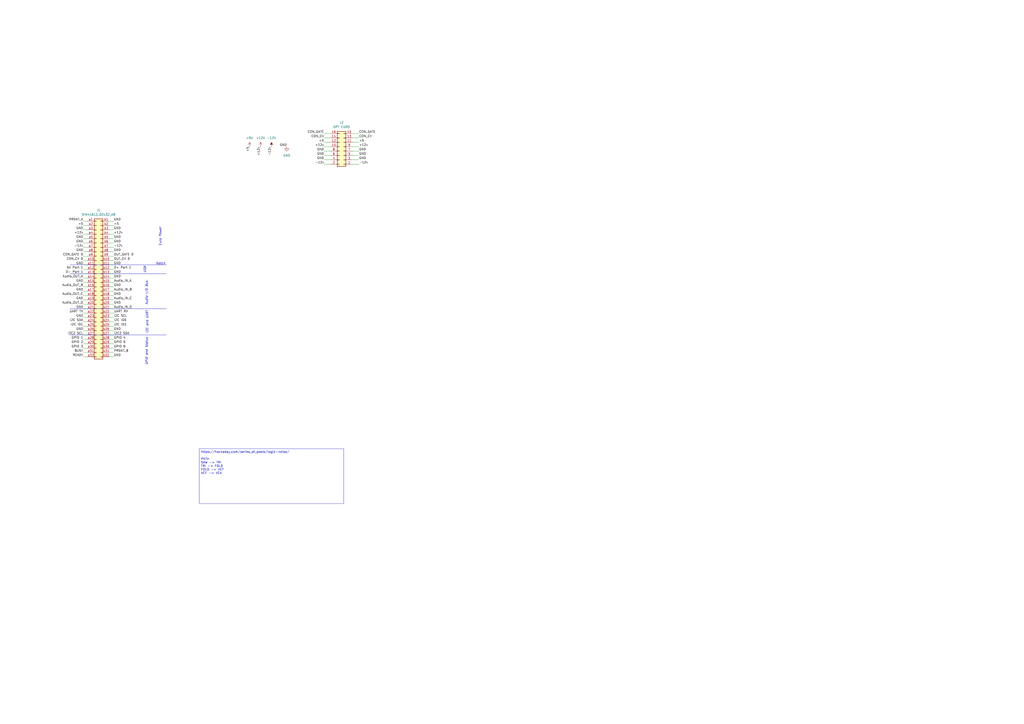
<source format=kicad_sch>
(kicad_sch (version 20231120) (generator "eeschema") (generator_version "8.0")
  (paper "A2")
  (title_block (title "Audio Thing Template") (rev "1.0") (company "velvia-fifty") (comment 1 "https://github.com/velvia-fifty/AudioThings") (comment 2 "You should have changed this already :)") (comment 4 "Stay humble"))
  (lib_symbols
    (symbol "Connector:DIN41612_02x32_AB" (pin_names (offset 1.016) hide)
      (property "Reference" "J" (at 1.27 40.64 0))
      (property "Value" "DIN41612_02x32_AB" (at 1.27 -43.18 0))
      (symbol "DIN41612_02x32_AB_1_1"
        (rectangle (start -1.27 -40.513) (end 0 -40.767) (stroke (width 0.1524)))
        (rectangle (start -1.27 -37.973) (end 0 -38.227) (stroke (width 0.1524)))
        (rectangle (start -1.27 -35.433) (end 0 -35.687) (stroke (width 0.1524)))
        (rectangle (start -1.27 -32.893) (end 0 -33.147) (stroke (width 0.1524)))
        (rectangle (start -1.27 -30.353) (end 0 -30.607) (stroke (width 0.1524)))
        (rectangle (start -1.27 -27.813) (end 0 -28.067) (stroke (width 0.1524)))
        (rectangle (start -1.27 -25.273) (end 0 -25.527) (stroke (width 0.1524)))
        (rectangle (start -1.27 -22.733) (end 0 -22.987) (stroke (width 0.1524)))
        (rectangle (start -1.27 -20.193) (end 0 -20.447) (stroke (width 0.1524)))
        (rectangle (start -1.27 -17.653) (end 0 -17.907) (stroke (width 0.1524)))
        (rectangle (start -1.27 -15.113) (end 0 -15.367) (stroke (width 0.1524)))
        (rectangle (start -1.27 -12.573) (end 0 -12.827) (stroke (width 0.1524)))
        (rectangle (start -1.27 -10.033) (end 0 -10.287) (stroke (width 0.1524)))
        (rectangle (start -1.27 -7.493) (end 0 -7.747) (stroke (width 0.1524)))
        (rectangle (start -1.27 -4.953) (end 0 -5.207) (stroke (width 0.1524)))
        (rectangle (start -1.27 -2.413) (end 0 -2.667) (stroke (width 0.1524)))
        (rectangle (start -1.27 0.127) (end 0 -0.127) (stroke (width 0.1524)))
        (rectangle (start -1.27 2.667) (end 0 2.413) (stroke (width 0.1524)))
        (rectangle (start -1.27 5.207) (end 0 4.953) (stroke (width 0.1524)))
        (rectangle (start -1.27 7.747) (end 0 7.493) (stroke (width 0.1524)))
        (rectangle (start -1.27 10.287) (end 0 10.033) (stroke (width 0.1524)))
        (rectangle (start -1.27 12.827) (end 0 12.573) (stroke (width 0.1524)))
        (rectangle (start -1.27 15.367) (end 0 15.113) (stroke (width 0.1524)))
        (rectangle (start -1.27 17.907) (end 0 17.653) (stroke (width 0.1524)))
        (rectangle (start -1.27 20.447) (end 0 20.193) (stroke (width 0.1524)))
        (rectangle (start -1.27 22.987) (end 0 22.733) (stroke (width 0.1524)))
        (rectangle (start -1.27 25.527) (end 0 25.273) (stroke (width 0.1524)))
        (rectangle (start -1.27 28.067) (end 0 27.813) (stroke (width 0.1524)))
        (rectangle (start -1.27 30.607) (end 0 30.353) (stroke (width 0.1524)))
        (rectangle (start -1.27 33.147) (end 0 32.893) (stroke (width 0.1524)))
        (rectangle (start -1.27 35.687) (end 0 35.433) (stroke (width 0.1524)))
        (rectangle (start -1.27 38.227) (end 0 37.973) (stroke (width 0.1524)))
        (rectangle (start -1.27 39.37) (end 3.81 -41.91) (stroke (width 0.254)) (fill (type background)))
        (rectangle (start 3.81 -40.513) (end 2.54 -40.767) (stroke (width 0.1524)))
        (rectangle (start 3.81 -37.973) (end 2.54 -38.227) (stroke (width 0.1524)))
        (rectangle (start 3.81 -35.433) (end 2.54 -35.687) (stroke (width 0.1524)))
        (rectangle (start 3.81 -32.893) (end 2.54 -33.147) (stroke (width 0.1524)))
        (rectangle (start 3.81 -30.353) (end 2.54 -30.607) (stroke (width 0.1524)))
        (rectangle (start 3.81 -27.813) (end 2.54 -28.067) (stroke (width 0.1524)))
        (rectangle (start 3.81 -25.273) (end 2.54 -25.527) (stroke (width 0.1524)))
        (rectangle (start 3.81 -22.733) (end 2.54 -22.987) (stroke (width 0.1524)))
        (rectangle (start 3.81 -20.193) (end 2.54 -20.447) (stroke (width 0.1524)))
        (rectangle (start 3.81 -17.653) (end 2.54 -17.907) (stroke (width 0.1524)))
        (rectangle (start 3.81 -15.113) (end 2.54 -15.367) (stroke (width 0.1524)))
        (rectangle (start 3.81 -12.573) (end 2.54 -12.827) (stroke (width 0.1524)))
        (rectangle (start 3.81 -10.033) (end 2.54 -10.287) (stroke (width 0.1524)))
        (rectangle (start 3.81 -7.493) (end 2.54 -7.747) (stroke (width 0.1524)))
        (rectangle (start 3.81 -4.953) (end 2.54 -5.207) (stroke (width 0.1524)))
        (rectangle (start 3.81 -2.413) (end 2.54 -2.667) (stroke (width 0.1524)))
        (rectangle (start 3.81 0.127) (end 2.54 -0.127) (stroke (width 0.1524)))
        (rectangle (start 3.81 2.667) (end 2.54 2.413) (stroke (width 0.1524)))
        (rectangle (start 3.81 5.207) (end 2.54 4.953) (stroke (width 0.1524)))
        (rectangle (start 3.81 7.747) (end 2.54 7.493) (stroke (width 0.1524)))
        (rectangle (start 3.81 10.287) (end 2.54 10.033) (stroke (width 0.1524)))
        (rectangle (start 3.81 12.827) (end 2.54 12.573) (stroke (width 0.1524)))
        (rectangle (start 3.81 15.367) (end 2.54 15.113) (stroke (width 0.1524)))
        (rectangle (start 3.81 17.907) (end 2.54 17.653) (stroke (width 0.1524)))
        (rectangle (start 3.81 20.447) (end 2.54 20.193) (stroke (width 0.1524)))
        (rectangle (start 3.81 22.987) (end 2.54 22.733) (stroke (width 0.1524)))
        (rectangle (start 3.81 25.527) (end 2.54 25.273) (stroke (width 0.1524)))
        (rectangle (start 3.81 28.067) (end 2.54 27.813) (stroke (width 0.1524)))
        (rectangle (start 3.81 30.607) (end 2.54 30.353) (stroke (width 0.1524)))
        (rectangle (start 3.81 33.147) (end 2.54 32.893) (stroke (width 0.1524)))
        (rectangle (start 3.81 35.687) (end 2.54 35.433) (stroke (width 0.1524)))
        (rectangle (start 3.81 38.227) (end 2.54 37.973) (stroke (width 0.1524)))
        (pin passive line (at -5.08 38.1 0) (length 3.81) (name "Pin_a1") (number "a1"))
        (pin passive line (at -5.08 15.24 0) (length 3.81) (name "Pin_a10") (number "a10"))
        (pin passive line (at -5.08 12.7 0) (length 3.81) (name "Pin_a11") (number "a11"))
        (pin passive line (at -5.08 10.16 0) (length 3.81) (name "Pin_a12") (number "a12"))
        (pin passive line (at -5.08 7.62 0) (length 3.81) (name "Pin_a13") (number "a13"))
        (pin passive line (at -5.08 5.08 0) (length 3.81) (name "Pin_a14") (number "a14"))
        (pin passive line (at -5.08 2.54 0) (length 3.81) (name "Pin_a15") (number "a15"))
        (pin passive line (at -5.08 0 0) (length 3.81) (name "Pin_a16") (number "a16"))
        (pin passive line (at -5.08 -2.54 0) (length 3.81) (name "Pin_a17") (number "a17"))
        (pin passive line (at -5.08 -5.08 0) (length 3.81) (name "Pin_a18") (number "a18"))
        (pin passive line (at -5.08 -7.62 0) (length 3.81) (name "Pin_a19") (number "a19"))
        (pin passive line (at -5.08 35.56 0) (length 3.81) (name "Pin_a2") (number "a2"))
        (pin passive line (at -5.08 -10.16 0) (length 3.81) (name "Pin_a20") (number "a20"))
        (pin passive line (at -5.08 -12.7 0) (length 3.81) (name "Pin_a21") (number "a21"))
        (pin passive line (at -5.08 -15.24 0) (length 3.81) (name "Pin_a22") (number "a22"))
        (pin passive line (at -5.08 -17.78 0) (length 3.81) (name "Pin_a23") (number "a23"))
        (pin passive line (at -5.08 -20.32 0) (length 3.81) (name "Pin_a24") (number "a24"))
        (pin passive line (at -5.08 -22.86 0) (length 3.81) (name "Pin_a25") (number "a25"))
        (pin passive line (at -5.08 -25.4 0) (length 3.81) (name "Pin_a26") (number "a26"))
        (pin passive line (at -5.08 -27.94 0) (length 3.81) (name "Pin_a27") (number "a27"))
        (pin passive line (at -5.08 -30.48 0) (length 3.81) (name "Pin_a28") (number "a28"))
        (pin passive line (at -5.08 -33.02 0) (length 3.81) (name "Pin_a29") (number "a29"))
        (pin passive line (at -5.08 33.02 0) (length 3.81) (name "Pin_a3") (number "a3"))
        (pin passive line (at -5.08 -35.56 0) (length 3.81) (name "Pin_a30") (number "a30"))
        (pin passive line (at -5.08 -38.1 0) (length 3.81) (name "Pin_a31") (number "a31"))
        (pin passive line (at -5.08 -40.64 0) (length 3.81) (name "Pin_a32") (number "a32"))
        (pin passive line (at -5.08 30.48 0) (length 3.81) (name "Pin_a4") (number "a4"))
        (pin passive line (at -5.08 27.94 0) (length 3.81) (name "Pin_a5") (number "a5"))
        (pin passive line (at -5.08 25.4 0) (length 3.81) (name "Pin_a6") (number "a6"))
        (pin passive line (at -5.08 22.86 0) (length 3.81) (name "Pin_a7") (number "a7"))
        (pin passive line (at -5.08 20.32 0) (length 3.81) (name "Pin_a8") (number "a8"))
        (pin passive line (at -5.08 17.78 0) (length 3.81) (name "Pin_a9") (number "a9"))
        (pin passive line (at 7.62 38.1 180) (length 3.81) (name "Pin_b1") (number "b1"))
        (pin passive line (at 7.62 15.24 180) (length 3.81) (name "Pin_b10") (number "b10"))
        (pin passive line (at 7.62 12.7 180) (length 3.81) (name "Pin_b11") (number "b11"))
        (pin passive line (at 7.62 10.16 180) (length 3.81) (name "Pin_b12") (number "b12"))
        (pin passive line (at 7.62 7.62 180) (length 3.81) (name "Pin_b13") (number "b13"))
        (pin passive line (at 7.62 5.08 180) (length 3.81) (name "Pin_b14") (number "b14"))
        (pin passive line (at 7.62 2.54 180) (length 3.81) (name "Pin_b15") (number "b15"))
        (pin passive line (at 7.62 0 180) (length 3.81) (name "Pin_b16") (number "b16"))
        (pin passive line (at 7.62 -2.54 180) (length 3.81) (name "Pin_b17") (number "b17"))
        (pin passive line (at 7.62 -5.08 180) (length 3.81) (name "Pin_b18") (number "b18"))
        (pin passive line (at 7.62 -7.62 180) (length 3.81) (name "Pin_b19") (number "b19"))
        (pin passive line (at 7.62 35.56 180) (length 3.81) (name "Pin_b2") (number "b2"))
        (pin passive line (at 7.62 -10.16 180) (length 3.81) (name "Pin_b20") (number "b20"))
        (pin passive line (at 7.62 -12.7 180) (length 3.81) (name "Pin_b21") (number "b21"))
        (pin passive line (at 7.62 -15.24 180) (length 3.81) (name "Pin_b22") (number "b22"))
        (pin passive line (at 7.62 -17.78 180) (length 3.81) (name "Pin_b23") (number "b23"))
        (pin passive line (at 7.62 -20.32 180) (length 3.81) (name "Pin_b24") (number "b24"))
        (pin passive line (at 7.62 -22.86 180) (length 3.81) (name "Pin_b25") (number "b25"))
        (pin passive line (at 7.62 -25.4 180) (length 3.81) (name "Pin_b26") (number "b26"))
        (pin passive line (at 7.62 -27.94 180) (length 3.81) (name "Pin_b27") (number "b27"))
        (pin passive line (at 7.62 -30.48 180) (length 3.81) (name "Pin_b28") (number "b28"))
        (pin passive line (at 7.62 -33.02 180) (length 3.81) (name "Pin_b29") (number "b29"))
        (pin passive line (at 7.62 33.02 180) (length 3.81) (name "Pin_b3") (number "b3"))
        (pin passive line (at 7.62 -35.56 180) (length 3.81) (name "Pin_b30") (number "b30"))
        (pin passive line (at 7.62 -38.1 180) (length 3.81) (name "Pin_b31") (number "b31"))
        (pin passive line (at 7.62 -40.64 180) (length 3.81) (name "Pin_b32") (number "b32"))
        (pin passive line (at 7.62 30.48 180) (length 3.81) (name "Pin_b4") (number "b4"))
        (pin passive line (at 7.62 27.94 180) (length 3.81) (name "Pin_b5") (number "b5"))
        (pin passive line (at 7.62 25.4 180) (length 3.81) (name "Pin_b6") (number "b6"))
        (pin passive line (at 7.62 22.86 180) (length 3.81) (name "Pin_b7") (number "b7"))
        (pin passive line (at 7.62 20.32 180) (length 3.81) (name "Pin_b8") (number "b8"))
        (pin passive line (at 7.62 17.78 180) (length 3.81) (name "Pin_b9") (number "b9"))
      )
    )
    (symbol "Connector_Generic:Conn_02x08_Odd_Even" (pin_names (offset 1.016) hide)
      (property "Reference" "J" (at 1.27 10.16 0))
      (property "Value" "Conn_02x08_Odd_Even" (at 1.27 -12.7 0))
      (symbol "Conn_02x08_Odd_Even_1_1"
        (rectangle (start -1.27 -10.033) (end 0 -10.287) (stroke (width 0.1524)))
        (rectangle (start -1.27 -7.493) (end 0 -7.747) (stroke (width 0.1524)))
        (rectangle (start -1.27 -4.953) (end 0 -5.207) (stroke (width 0.1524)))
        (rectangle (start -1.27 -2.413) (end 0 -2.667) (stroke (width 0.1524)))
        (rectangle (start -1.27 0.127) (end 0 -0.127) (stroke (width 0.1524)))
        (rectangle (start -1.27 2.667) (end 0 2.413) (stroke (width 0.1524)))
        (rectangle (start -1.27 5.207) (end 0 4.953) (stroke (width 0.1524)))
        (rectangle (start -1.27 7.747) (end 0 7.493) (stroke (width 0.1524)))
        (rectangle (start -1.27 8.89) (end 3.81 -11.43) (stroke (width 0.254)) (fill (type background)))
        (rectangle (start 3.81 -10.033) (end 2.54 -10.287) (stroke (width 0.1524)))
        (rectangle (start 3.81 -7.493) (end 2.54 -7.747) (stroke (width 0.1524)))
        (rectangle (start 3.81 -4.953) (end 2.54 -5.207) (stroke (width 0.1524)))
        (rectangle (start 3.81 -2.413) (end 2.54 -2.667) (stroke (width 0.1524)))
        (rectangle (start 3.81 0.127) (end 2.54 -0.127) (stroke (width 0.1524)))
        (rectangle (start 3.81 2.667) (end 2.54 2.413) (stroke (width 0.1524)))
        (rectangle (start 3.81 5.207) (end 2.54 4.953) (stroke (width 0.1524)))
        (rectangle (start 3.81 7.747) (end 2.54 7.493) (stroke (width 0.1524)))
        (pin passive line (at -5.08 7.62 0) (length 3.81) (name "Pin_1") (number "1"))
        (pin passive line (at 7.62 -2.54 180) (length 3.81) (name "Pin_10") (number "10"))
        (pin passive line (at -5.08 -5.08 0) (length 3.81) (name "Pin_11") (number "11"))
        (pin passive line (at 7.62 -5.08 180) (length 3.81) (name "Pin_12") (number "12"))
        (pin passive line (at -5.08 -7.62 0) (length 3.81) (name "Pin_13") (number "13"))
        (pin passive line (at 7.62 -7.62 180) (length 3.81) (name "Pin_14") (number "14"))
        (pin passive line (at -5.08 -10.16 0) (length 3.81) (name "Pin_15") (number "15"))
        (pin passive line (at 7.62 -10.16 180) (length 3.81) (name "Pin_16") (number "16"))
        (pin passive line (at 7.62 7.62 180) (length 3.81) (name "Pin_2") (number "2"))
        (pin passive line (at -5.08 5.08 0) (length 3.81) (name "Pin_3") (number "3"))
        (pin passive line (at 7.62 5.08 180) (length 3.81) (name "Pin_4") (number "4"))
        (pin passive line (at -5.08 2.54 0) (length 3.81) (name "Pin_5") (number "5"))
        (pin passive line (at 7.62 2.54 180) (length 3.81) (name "Pin_6") (number "6"))
        (pin passive line (at -5.08 0 0) (length 3.81) (name "Pin_7") (number "7"))
        (pin passive line (at 7.62 0 180) (length 3.81) (name "Pin_8") (number "8"))
        (pin passive line (at -5.08 -2.54 0) (length 3.81) (name "Pin_9") (number "9"))
      )
    )
    (symbol "power:+12V" (power) (pin_numbers hide) (pin_names (offset 0) hide)
      (property "Value" "+12V" (at 0 3.556 0))
      (symbol "+12V_0_1"
        (polyline (pts (xy -0.762 1.27) (xy 0 2.54)))
        (polyline (pts (xy 0 0) (xy 0 2.54)))
        (polyline (pts (xy 0 2.54) (xy 0.762 1.27)))
      )
      (symbol "+12V_1_1"
        (pin power_in line (at 0 0 90) (length 0) (name "~") (number "1"))
      )
    )
    (symbol "power:+5V" (power) (pin_numbers hide) (pin_names (offset 0) hide)
      (property "Value" "+5V" (at 0 3.556 0))
      (symbol "+5V_0_1"
        (polyline (pts (xy -0.762 1.27) (xy 0 2.54)))
        (polyline (pts (xy 0 0) (xy 0 2.54)))
        (polyline (pts (xy 0 2.54) (xy 0.762 1.27)))
      )
      (symbol "+5V_1_1"
        (pin power_in line (at 0 0 90) (length 0) (name "~") (number "1"))
      )
    )
    (symbol "power:-12V" (power) (pin_numbers hide) (pin_names (offset 0) hide)
      (property "Value" "-12V" (at 0 3.556 0))
      (symbol "-12V_0_0"
        (pin power_in line (at 0 0 90) (length 0) (name "~") (number "1"))
      )
      (symbol "-12V_0_1"
        (polyline (pts (xy 0 0) (xy 0 1.27) (xy 0.762 1.27) (xy 0 2.54) (xy -0.762 1.27) (xy 0 1.27)) (fill (type outline)))
      )
    )
    (symbol "power:GND" (power) (pin_numbers hide) (pin_names (offset 0) hide)
      (property "Value" "GND" (at 0 -3.81 0))
      (symbol "GND_0_1"
        (polyline (pts (xy 0 0) (xy 0 -1.27) (xy 1.27 -1.27) (xy 0 -2.54) (xy -1.27 -1.27) (xy 0 -1.27)))
      )
      (symbol "GND_1_1"
        (pin power_in line (at 0 0 270) (length 0) (name "~") (number "1"))
      )
    )
  )
  (wire (pts (xy 66.04 168.91) (xy 63.5 168.91)))
  (wire (pts (xy 48.26 207.01) (xy 50.8 207.01)))
  (wire (pts (xy 48.26 184.15) (xy 50.8 184.15)))
  (wire (pts (xy 66.04 133.35) (xy 63.5 133.35)))
  (wire (pts (xy 66.04 138.43) (xy 63.5 138.43)))
  (wire (pts (xy 66.04 140.97) (xy 63.5 140.97)))
  (wire (pts (xy 48.26 166.37) (xy 50.8 166.37)))
  (wire (pts (xy 48.26 194.31) (xy 50.8 194.31)))
  (wire (pts (xy 48.26 171.45) (xy 50.8 171.45)))
  (wire (pts (xy 48.26 148.59) (xy 50.8 148.59)))
  (wire (pts (xy 208.28 92.71) (xy 204.47 92.71)))
  (wire (pts (xy 66.04 186.69) (xy 63.5 186.69)))
  (wire (pts (xy 48.26 138.43) (xy 50.8 138.43)))
  (wire (pts (xy 187.96 80.01) (xy 191.77 80.01)))
  (wire (pts (xy 48.26 146.05) (xy 50.8 146.05)))
  (wire (pts (xy 48.26 133.35) (xy 50.8 133.35)))
  (wire (pts (xy 66.04 151.13) (xy 63.5 151.13)))
  (wire (pts (xy 66.04 130.81) (xy 63.5 130.81)))
  (wire (pts (xy 66.04 153.67) (xy 63.5 153.67)))
  (wire (pts (xy 63.5 201.93) (xy 66.04 201.93)))
  (wire (pts (xy 208.28 82.55) (xy 204.47 82.55)))
  (wire (pts (xy 66.04 146.05) (xy 63.5 146.05)))
  (wire (pts (xy 48.26 196.85) (xy 50.8 196.85)))
  (wire (pts (xy 208.28 80.01) (xy 204.47 80.01)))
  (wire (pts (xy 66.04 143.51) (xy 63.5 143.51)))
  (wire (pts (xy 208.28 77.47) (xy 204.47 77.47)))
  (wire (pts (xy 187.96 82.55) (xy 191.77 82.55)))
  (wire (pts (xy 208.28 95.25) (xy 204.47 95.25)))
  (wire (pts (xy 48.26 186.69) (xy 50.8 186.69)))
  (wire (pts (xy 66.04 194.31) (xy 63.5 194.31)))
  (wire (pts (xy 66.04 199.39) (xy 63.5 199.39)))
  (polyline (pts (xy 40.64 153.67) (xy 96.52 153.67)))
  (wire (pts (xy 66.04 181.61) (xy 63.5 181.61)))
  (wire (pts (xy 66.04 189.23) (xy 63.5 189.23)))
  (wire (pts (xy 48.26 176.53) (xy 50.8 176.53)))
  (wire (pts (xy 66.04 191.77) (xy 63.5 191.77)))
  (wire (pts (xy 66.04 135.89) (xy 63.5 135.89)))
  (wire (pts (xy 48.26 135.89) (xy 50.8 135.89)))
  (wire (pts (xy 66.04 173.99) (xy 63.5 173.99)))
  (wire (pts (xy 48.26 189.23) (xy 50.8 189.23)))
  (wire (pts (xy 48.26 158.75) (xy 50.8 158.75)))
  (wire (pts (xy 187.96 95.25) (xy 191.77 95.25)))
  (wire (pts (xy 48.26 153.67) (xy 50.8 153.67)))
  (wire (pts (xy 208.28 90.17) (xy 204.47 90.17)))
  (polyline (pts (xy 40.64 179.07) (xy 96.52 179.07)))
  (wire (pts (xy 66.04 196.85) (xy 63.5 196.85)))
  (wire (pts (xy 187.96 87.63) (xy 191.77 87.63)))
  (wire (pts (xy 66.04 166.37) (xy 63.5 166.37)))
  (wire (pts (xy 187.96 90.17) (xy 191.77 90.17)))
  (wire (pts (xy 66.04 171.45) (xy 63.5 171.45)))
  (wire (pts (xy 66.04 163.83) (xy 63.5 163.83)))
  (polyline (pts (xy 40.64 194.31) (xy 96.52 194.31)))
  (wire (pts (xy 48.26 128.27) (xy 50.8 128.27)))
  (wire (pts (xy 66.04 148.59) (xy 63.5 148.59)))
  (wire (pts (xy 66.04 161.29) (xy 63.5 161.29)))
  (wire (pts (xy 66.04 204.47) (xy 63.5 204.47)))
  (polyline (pts (xy 40.64 158.75) (xy 96.52 158.75)))
  (wire (pts (xy 187.96 77.47) (xy 191.77 77.47)))
  (wire (pts (xy 208.28 85.09) (xy 204.47 85.09)))
  (wire (pts (xy 66.04 207.01) (xy 63.5 207.01)))
  (wire (pts (xy 48.26 156.21) (xy 50.8 156.21)))
  (wire (pts (xy 48.26 199.39) (xy 50.8 199.39)))
  (wire (pts (xy 48.26 163.83) (xy 50.8 163.83)))
  (wire (pts (xy 48.26 151.13) (xy 50.8 151.13)))
  (wire (pts (xy 187.96 85.09) (xy 191.77 85.09)))
  (wire (pts (xy 48.26 191.77) (xy 50.8 191.77)))
  (wire (pts (xy 48.26 204.47) (xy 50.8 204.47)))
  (wire (pts (xy 208.28 87.63) (xy 204.47 87.63)))
  (wire (pts (xy 48.26 181.61) (xy 50.8 181.61)))
  (wire (pts (xy 48.26 168.91) (xy 50.8 168.91)))
  (wire (pts (xy 48.26 179.07) (xy 50.8 179.07)))
  (wire (pts (xy 187.96 92.71) (xy 191.77 92.71)))
  (wire (pts (xy 48.26 130.81) (xy 50.8 130.81)))
  (wire (pts (xy 48.26 201.93) (xy 50.8 201.93)))
  (wire (pts (xy 66.04 176.53) (xy 63.5 176.53)))
  (wire (pts (xy 66.04 184.15) (xy 63.5 184.15)))
  (wire (pts (xy 48.26 140.97) (xy 50.8 140.97)))
  (wire (pts (xy 48.26 161.29) (xy 50.8 161.29)))
  (wire (pts (xy 63.5 128.27) (xy 66.04 128.27)))
  (wire (pts (xy 48.26 143.51) (xy 50.8 143.51)))
  (wire (pts (xy 66.04 179.07) (xy 63.5 179.07)))
  (wire (pts (xy 66.04 156.21) (xy 63.5 156.21)))
  (wire (pts (xy 48.26 173.99) (xy 50.8 173.99)))
  (wire (pts (xy 66.04 158.75) (xy 63.5 158.75)))
  (text_box "https://hackaday.com/series_of_posts/logic-noise/\n\nPATH\nSAW -> TRI\nTRI -> FOLD\nFOLD -> VCF\nVCF -> VCA\n" (at 115.57 260.35 0) (size 83.82 31.75) (effects (font (size 1.27 1.27)) (justify left top)))
  (text "Audio I/O Bus" (at 85.09 169.926 90) (effects (font (size 1.27 1.27) (italic yes))))
  (text "USB" (at 84.074 156.464 90) (effects (font (size 1.27 1.27) (italic yes))))
  (text "Notch" (at 93.218 152.908 0) (effects (font (size 1.27 1.27) (italic yes))))
  (text "Euro Power" (at 92.964 137.16 90) (effects (font (size 1.27 1.27) (italic yes))))
  (text "GPIO and Status" (at 85.09 203.708 90) (effects (font (size 1.27 1.27) (italic yes))))
  (text "I2C and UART\n" (at 85.344 186.69 90) (effects (font (size 1.27 1.27) (italic yes))))
  (label "PRSNT_A" (at 48.26 128.27 180))
  (label "CON_GATE" (at 208.28 77.47 0))
  (label "GND" (at 187.96 90.17 180))
  (label "-12v" (at 157.48 85.09 270))
  (label "D- Port 1" (at 48.26 158.75 180))
  (label "Audio_IN_B" (at 66.04 168.91 0))
  (label "-12v" (at 187.96 95.25 180))
  (label "PRSNT_B" (at 66.04 204.47 0))
  (label "GND" (at 66.04 140.97 0))
  (label "GND" (at 48.26 146.05 180))
  (label "I2C ID1" (at 48.26 189.23 180))
  (label "GPIO 6" (at 66.04 201.93 0))
  (label "Audio_OUT_B" (at 48.26 166.37 180))
  (label "GND" (at 48.26 191.77 180))
  (label "Audio_IN_A" (at 66.04 163.83 0))
  (label "-12v" (at 66.04 143.51 0))
  (label "GND" (at 48.26 133.35 180))
  (label "UART RX" (at 66.04 181.61 0))
  (label "I2C SCL" (at 66.04 184.15 0))
  (label "GND" (at 66.04 166.37 0))
  (label "GND" (at 66.04 171.45 0))
  (label "GND" (at 208.28 90.17 0))
  (label "BUSY" (at 48.26 204.47 180))
  (label "Audio_OUT_A" (at 48.26 161.29 180))
  (label "GND" (at 66.04 158.75 0))
  (label "I2C ID0" (at 66.04 186.69 0))
  (label "GND" (at 187.96 87.63 180))
  (label "UART TX" (at 48.26 181.61 180))
  (label "-12v" (at 208.28 95.25 0))
  (label "+12v" (at 48.26 135.89 180))
  (label "I2C2 SDA" (at 66.04 194.31 0))
  (label "Audio_OUT_D" (at 48.26 176.53 180))
  (label "GND" (at 208.28 87.63 0))
  (label "Audio_IN_D" (at 66.04 179.07 0))
  (label "I2C SDA" (at 48.26 186.69 180))
  (label "+5" (at 208.28 82.55 0))
  (label "GND" (at 48.26 138.43 180))
  (label "OUT_CV 0" (at 66.04 151.13 0))
  (label "CON_GATE" (at 187.96 77.47 180))
  (label "CON_GATE 0" (at 48.26 148.59 180))
  (label "GND" (at 66.04 138.43 0))
  (label "+5" (at 144.78 85.09 270))
  (label "Audio_IN_C" (at 66.04 173.99 0))
  (label "GND" (at 48.26 168.91 180))
  (label "GND" (at 66.04 133.35 0))
  (label "CON_CV" (at 187.96 80.01 180))
  (label "GPIO 2" (at 48.26 199.39 180))
  (label "GND" (at 48.26 184.15 180))
  (label "GPIO 3" (at 48.26 201.93 180))
  (label "I2C2 SCL" (at 48.26 194.31 180))
  (label "READY" (at 48.26 207.01 180))
  (label "GND" (at 66.04 191.77 0))
  (label "GPIO 4" (at 66.04 196.85 0))
  (label "GND" (at 166.37 85.09 180))
  (label "CON_CV" (at 208.28 80.01 0))
  (label "CON_CV 0" (at 48.26 151.13 180))
  (label "I2C ID2" (at 66.04 189.23 0))
  (label "+5" (at 48.26 130.81 180))
  (label "OUT_GATE 0" (at 66.04 148.59 0))
  (label "GND" (at 66.04 176.53 0))
  (label "+12v" (at 208.28 85.09 0))
  (label "5V Port 1" (at 48.26 156.21 180))
  (label "+5" (at 187.96 82.55 180))
  (label "GPIO 5" (at 66.04 199.39 0))
  (label "GND" (at 48.26 173.99 180))
  (label "GND" (at 66.04 207.01 0))
  (label "GND" (at 66.04 146.05 0))
  (label "GND" (at 66.04 128.27 0))
  (label "GND" (at 208.28 92.71 0))
  (label "+12v" (at 151.13 85.09 270))
  (label "GND" (at 187.96 92.71 180))
  (label "GND" (at 48.26 179.07 180))
  (label "+5" (at 66.04 130.81 0))
  (label "GND" (at 66.04 161.29 0))
  (label "+12v" (at 66.04 135.89 0))
  (label "GND" (at 48.26 163.83 180))
  (label "GND" (at 66.04 153.67 0))
  (label "D+ Port 1" (at 66.04 156.21 0))
  (label "+12v" (at 187.96 85.09 180))
  (label "GPIO 1" (at 48.26 196.85 180))
  (label "Audio_OUT_C" (at 48.26 171.45 180))
  (label "GND" (at 48.26 140.97 180))
  (label "GND" (at 48.26 153.67 180))
  (label "-12v" (at 48.26 143.51 180))
  (symbol (lib_id "power:+5V") (at 144.78 85.09 0) (unit 1)
    (property "Reference" "#PWR013" (effects (hide yes)))
    (property "Value" "+5V" (at 144.78 80.01 0))
    (property "Description" "Power symbol creates a global label with name \"+5V\"" (effects (hide yes)))
  )
  (symbol (lib_id "Connector_Generic:Conn_02x08_Odd_Even") (at 199.39 87.63 180) (unit 1)
    (property "Reference" "J2" (at 198.12 71.12 0))
    (property "Value" "OPT EURO" (at 198.12 73.66 0))
    (property "Footprint" "AT-Footprints:EURORACK Right Angle" (effects (hide yes)))
    (property "Description" "Generic connector, double row, 02x08, odd/even pin numbering scheme (row 1 odd numbers, row 2 even numbers), script generated (kicad-library-utils/schlib/autogen/connector/)" (effects (hide yes)))
  )
  (symbol (lib_id "power:+12V") (at 151.13 85.09 0) (unit 1)
    (property "Reference" "#PWR010" (effects (hide yes)))
    (property "Value" "+12V" (at 151.13 80.01 0))
    (property "Description" "Power symbol creates a global label with name \"+12V\"" (effects (hide yes)))
  )
  (symbol (lib_id "power:-12V") (at 157.48 85.09 0) (unit 1)
    (property "Reference" "#PWR011" (effects (hide yes)))
    (property "Value" "-12V" (at 157.48 80.01 0))
    (property "Description" "Power symbol creates a global label with name \"-12V\"" (effects (hide yes)))
  )
  (symbol (lib_id "Connector:DIN41612_02x32_AB") (at 55.88 166.37 0) (unit 1)
    (property "Reference" "J1" (at 57.15 121.92 0))
    (property "Value" "DIN41612_02x32_AB" (at 57.15 124.46 0))
    (property "Description" "DIN41612 connector, double row (AB), 02x32, script generated (kicad-library-utils/schlib/autogen/connector/)" (effects (hide yes)))
  )
  (symbol (lib_id "power:GND") (at 166.37 85.09 0) (unit 1)
    (property "Reference" "#PWR012" (effects (hide yes)))
    (property "Value" "GND" (at 166.37 90.17 0))
    (property "Description" "Power symbol creates a global label with name \"GND\" , ground" (effects (hide yes)))
  )
)
</source>
